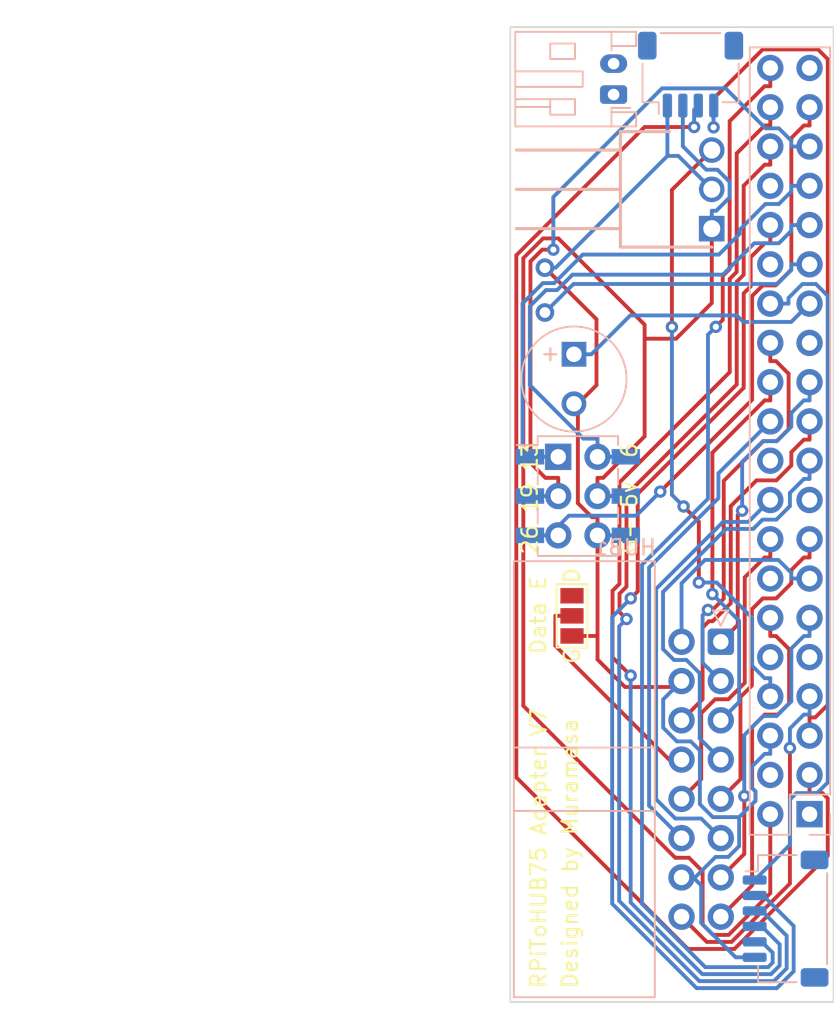
<source format=kicad_pcb>
(kicad_pcb (version 20221018) (generator pcbnew)
  (layers (0 "F.Cu" signal) (31 "B.Cu" signal) (34 "B.Paste" user) (35 "F.Paste" user) (36 "B.SilkS" user "B.Silkscreen") (37 "F.SilkS" user "F.Silkscreen") (38 "B.Mask" user) (39 "F.Mask" user) (44 "Edge.Cuts" user))
  (net 0 "")
  (net 1 "BUZZ")
  (net 2 "Net-(BZ1-+)")
  (net 3 "GPIO 2")
  (net 4 "GPIO 26")
  (net 5 "GPIO 3")
  (net 6 "GPIO 6")
  (net 7 "GPIO 13")
  (net 8 "GPIO 19")
  (net 9 "R1")
  (net 10 "G1")
  (net 11 "B1")
  (net 12 "R2")
  (net 13 "G2")
  (net 14 "B2")
  (net 15 "Net-(HUB1-Pin_8)")
  (net 16 "A")
  (net 17 "B")
  (net 18 "C")
  (net 19 "D")
  (net 20 "Clock")
  (net 21 "OE-")
  (net 22 "Strobe")
  (net 23 "IO1")
  (net 24 "IO2")
  (net 25 "IO3")
  (net 26 "IO4")
  (net 27 "IO5")
  (net 28 "GPIO15")
  (net 29 "FAN")
  (net 30 "TILT")
  (net 33 "GPIO 15")
  (net 41 "5v")
  (footprint "Jumper:SolderJumper-3_P1.3mm_Open_Pad1.0x1.5mm_NumberLabels" (layer "F.Cu") (at 148.844 92.837 -90)
    (fp_text reference "JP1" hide)
    (fp_text value "Data E" (at -0.0508 2.1844 90) (layer "F.SilkS"))
    (fp_text user "D" (at -2.6 0 90) (layer "F.SilkS"))
    (fp_text user "G" (at 2.6 0 90) (layer "F.SilkS"))
    (pad "1" smd rect (at -1.3 0 270) (size 1 1.5) (layers "F.Cu" "F.Mask") (net 28 "GPIO15"))
    (pad "2" smd rect (at 0 0 270) (size 1 1.5) (layers "F.Cu" "F.Mask") (net 15 "Net-(HUB1-Pin_8)"))
    (pad "3" smd rect (at 1.3 0 270) (size 1 1.5) (layers "F.Cu" "F.Mask") (net 2 "Net-(BZ1-+)"))
  )
  (footprint "Tilt Sensor:CW13001" (layer "B.Cu") (at 147.0914 73.2201 90)
    (fp_text reference "S1" hide)
    (fp_text value "CW1300" hide)
    (pad "1" thru_hole circle (at 0 0 90) (size 1.2 1.2) (drill 0.7) (layers "*.Cu" "*.Mask") (net 30 "TILT"))
    (pad "2" thru_hole circle (at 2.9 0 90) (size 1.2 1.2) (drill 0.7) (layers "*.Cu" "*.Mask") (net 2 "Net-(BZ1-+)"))
  )
  (footprint "Custom:HUB75" (layer "B.Cu") (at 158.4706 94.5134 180)
    (fp_text reference "HUB1" (at 6.215 6.1) (layer "B.SilkS") (effects (justify mirror)))
    (fp_text value "Conn_02x08")
    (pad "1" thru_hole roundrect (at 0 0 180) (size 1.7 1.7) (drill 1) (layers "*.Cu" "*.Mask") (roundrect_rratio 0.147059) (net 9 "R1"))
    (pad "2" thru_hole circle (at 2.54 0 180) (size 1.7 1.7) (drill 1) (layers "*.Cu" "*.Mask") (net 10 "G1"))
    (pad "3" thru_hole circle (at 0 -2.54 180) (size 1.7 1.7) (drill 1) (layers "*.Cu" "*.Mask") (net 11 "B1"))
    (pad "4" thru_hole circle (at 2.54 -2.54 180) (size 1.7 1.7) (drill 1) (layers "*.Cu" "*.Mask") (net 2 "Net-(BZ1-+)"))
    (pad "5" thru_hole circle (at 0 -5.08 180) (size 1.7 1.7) (drill 1) (layers "*.Cu" "*.Mask") (net 12 "R2"))
    (pad "6" thru_hole circle (at 2.54 -5.08 180) (size 1.7 1.7) (drill 1) (layers "*.Cu" "*.Mask") (net 13 "G2"))
    (pad "7" thru_hole circle (at 0 -7.62 180) (size 1.7 1.7) (drill 1) (layers "*.Cu" "*.Mask") (net 14 "B2"))
    (pad "8" thru_hole circle (at 2.54 -7.62 180) (size 1.7 1.7) (drill 1) (layers "*.Cu" "*.Mask") (net 15 "Net-(HUB1-Pin_8)"))
    (pad "9" thru_hole circle (at 0 -10.16 180) (size 1.7 1.7) (drill 1) (layers "*.Cu" "*.Mask") (net 16 "A"))
    (pad "10" thru_hole circle (at 2.54 -10.16 180) (size 1.7 1.7) (drill 1) (layers "*.Cu" "*.Mask") (net 17 "B"))
    (pad "11" thru_hole circle (at 0 -12.7 180) (size 1.7 1.7) (drill 1) (layers "*.Cu" "*.Mask") (net 18 "C"))
    (pad "12" thru_hole circle (at 2.54 -12.7 180) (size 1.7 1.7) (drill 1) (layers "*.Cu" "*.Mask") (net 19 "D"))
    (pad "13" thru_hole circle (at 0 -15.24 180) (size 1.7 1.7) (drill 1) (layers "*.Cu" "*.Mask") (net 20 "Clock"))
    (pad "14" thru_hole circle (at 2.54 -15.24 180) (size 1.7 1.7) (drill 1) (layers "*.Cu" "*.Mask") (net 2 "Net-(BZ1-+)"))
    (pad "15" thru_hole circle (at 0 -17.78 180) (size 1.7 1.7) (drill 1) (layers "*.Cu" "*.Mask") (net 21 "OE-"))
    (pad "16" thru_hole circle (at 2.54 -17.78 180) (size 1.7 1.7) (drill 1) (layers "*.Cu" "*.Mask") (net 22 "Strobe"))
  )
  (footprint "Buzzer_Beeper:MagneticBuzzer_Kingstate_KCG0601" (layer "B.Cu") (at 148.971 75.921 -90)
    (fp_text reference "BZ1" hide)
    (fp_text value "Buzzer")
    (fp_text user "+" (at 0 1.6 -270) (layer "B.SilkS") (effects (justify mirror)))
    (pad "1" thru_hole rect (at 0 0 270) (size 1.6 1.6) (drill 1) (layers "*.Cu" "*.Mask") (net 1 "BUZZ"))
    (pad "2" thru_hole circle (at 3.2 0 270) (size 1.6 1.6) (drill 1) (layers "*.Cu" "*.Mask") (net 2 "Net-(BZ1-+)"))
  )
  (footprint "Custom:raspberrypi_2_3" (layer "B.Cu") (at 113.9 81.5 -90)
    (fp_text reference "J1" hide)
    (fp_text value "Conn_01x01" hide)
  )
  (footprint "Custom:GPIO Header" (layer "B.Cu") (at 149.225 85.09 180)
    (fp_text reference "GPIO1" hide)
    (fp_text value "02x03" hide)
    (pad "1" thru_hole rect (at 1.27 2.54 180) (size 1.7 1.7) (drill 1) (layers "*.Cu" "*.Mask") (net 7 "GPIO 13"))
    (pad "1" smd rect (at 3.0988 2.54 180) (size 1.8356 1) (layers "B.Cu" "B.Paste" "B.Mask") (net 7 "GPIO 13"))
    (pad "2" smd rect (at -3.0988 2.54 180) (size 1.8356 1) (layers "B.Cu" "B.Paste" "B.Mask") (net 6 "GPIO 6"))
    (pad "2" thru_hole oval (at -1.27 2.54 180) (size 1.7 1.7) (drill 1) (layers "*.Cu" "*.Mask") (net 6 "GPIO 6"))
    (pad "3" thru_hole oval (at 1.27 0 180) (size 1.7 1.7) (drill 1) (layers "*.Cu" "*.Mask") (net 8 "GPIO 19"))
    (pad "3" smd rect (at 3.0988 0 180) (size 1.8356 1) (layers "B.Cu" "B.Paste" "B.Mask") (net 8 "GPIO 19"))
    (pad "4" smd rect (at -3.0988 0 180) (size 1.8356 1) (layers "B.Cu" "B.Paste" "B.Mask") (net 41 "5v"))
    (pad "4" thru_hole oval (at -1.27 0 180) (size 1.7 1.7) (drill 1) (layers "*.Cu" "*.Mask") (net 41 "5v"))
    (pad "5" thru_hole oval (at 1.27 -2.54 180) (size 1.7 1.7) (drill 1) (layers "*.Cu" "*.Mask") (net 4 "GPIO 26"))
    (pad "5" smd rect (at 3.0988 -2.54 180) (size 1.8356 1) (layers "B.Cu" "B.Paste" "B.Mask") (net 4 "GPIO 26"))
    (pad "6" smd rect (at -3.1022 -2.54 180) (size 1.8356 1) (layers "B.Cu" "B.Paste" "B.Mask") (net 2 "Net-(BZ1-+)"))
    (pad "6" thru_hole oval (at -1.27 -2.54 180) (size 1.7 1.7) (drill 1) (layers "*.Cu" "*.Mask") (net 2 "Net-(BZ1-+)"))
  )
  (footprint "Custom:JST_PH_S2B-PH-K_1x02_P2.00mm_Horizontal" (layer "B.Cu") (at 151.5364 59.1246 90)
    (fp_text reference "J2" hide)
    (fp_text value "1x02" hide)
    (pad "1" thru_hole roundrect (at 0 0 90) (size 1.2 1.75) (drill 0.75) (layers "*.Cu" "*.Mask") (roundrect_rratio 0.208333) (net 41 "5v"))
    (pad "2" thru_hole oval (at 2 0 90) (size 1.2 1.75) (drill 0.75) (layers "*.Cu" "*.Mask") (net 2 "Net-(BZ1-+)"))
  )
  (footprint "Custom:RPi GPIO" (layer "B.Cu") (at 164.211 105.664)
    (fp_text reference "RPiGPIO1" hide)
    (fp_text value "CONN_02X20" hide)
    (pad "1" thru_hole rect (at 0 0) (size 1.7 1.7) (drill 1) (layers "*.Cu" "*.Mask"))
    (pad "2" thru_hole oval (at -2.54 0) (size 1.7 1.7) (drill 1) (layers "*.Cu" "*.Mask") (net 41 "5v"))
    (pad "3" thru_hole oval (at 0 -2.54) (size 1.7 1.7) (drill 1) (layers "*.Cu" "*.Mask") (net 3 "GPIO 2"))
    (pad "4" thru_hole oval (at -2.54 -2.54) (size 1.7 1.7) (drill 1) (layers "*.Cu" "*.Mask"))
    (pad "5" thru_hole oval (at 0 -5.08) (size 1.7 1.7) (drill 1) (layers "*.Cu" "*.Mask") (net 5 "GPIO 3"))
    (pad "6" thru_hole oval (at -2.54 -5.08) (size 1.7 1.7) (drill 1) (layers "*.Cu" "*.Mask") (net 2 "Net-(BZ1-+)"))
    (pad "7" thru_hole oval (at 0 -7.62) (size 1.7 1.7) (drill 1) (layers "*.Cu" "*.Mask") (net 22 "Strobe"))
    (pad "8" thru_hole oval (at -2.54 -7.62) (size 1.7 1.7) (drill 1) (layers "*.Cu" "*.Mask") (net 29 "FAN"))
    (pad "9" thru_hole oval (at 0 -10.16) (size 1.7 1.7) (drill 1) (layers "*.Cu" "*.Mask"))
    (pad "10" thru_hole oval (at -2.54 -10.16) (size 1.7 1.7) (drill 1) (layers "*.Cu" "*.Mask") (net 33 "GPIO 15"))
    (pad "11" thru_hole oval (at 0 -12.7) (size 1.7 1.7) (drill 1) (layers "*.Cu" "*.Mask") (net 20 "Clock"))
    (pad "12" thru_hole oval (at -2.54 -12.7) (size 1.7 1.7) (drill 1) (layers "*.Cu" "*.Mask") (net 21 "OE-"))
    (pad "13" thru_hole oval (at 0 -15.24) (size 1.7 1.7) (drill 1) (layers "*.Cu" "*.Mask") (net 10 "G1"))
    (pad "14" thru_hole oval (at -2.54 -15.24) (size 1.7 1.7) (drill 1) (layers "*.Cu" "*.Mask"))
    (pad "15" thru_hole oval (at 0 -17.78) (size 1.7 1.7) (drill 1) (layers "*.Cu" "*.Mask") (net 16 "A"))
    (pad "16" thru_hole oval (at -2.54 -17.78) (size 1.7 1.7) (drill 1) (layers "*.Cu" "*.Mask") (net 17 "B"))
    (pad "17" thru_hole oval (at 0 -20.32) (size 1.7 1.7) (drill 1) (layers "*.Cu" "*.Mask"))
    (pad "18" thru_hole oval (at -2.54 -20.32) (size 1.7 1.7) (drill 1) (layers "*.Cu" "*.Mask") (net 18 "C"))
    (pad "19" thru_hole oval (at 0 -22.86) (size 1.7 1.7) (drill 1) (layers "*.Cu" "*.Mask") (net 14 "B2"))
    (pad "20" thru_hole oval (at -2.54 -22.86) (size 1.7 1.7) (drill 1) (layers "*.Cu" "*.Mask"))
    (pad "21" thru_hole oval (at 0 -25.4) (size 1.7 1.7) (drill 1) (layers "*.Cu" "*.Mask") (net 13 "G2"))
    (pad "22" thru_hole oval (at -2.54 -25.4) (size 1.7 1.7) (drill 1) (layers "*.Cu" "*.Mask") (net 19 "D"))
    (pad "23" thru_hole oval (at 0 -27.94) (size 1.7 1.7) (drill 1) (layers "*.Cu" "*.Mask") (net 9 "R1"))
    (pad "24" thru_hole oval (at -2.54 -27.94) (size 1.7 1.7) (drill 1) (layers "*.Cu" "*.Mask") (net 12 "R2"))
    (pad "25" thru_hole oval (at 0 -30.48) (size 1.7 1.7) (drill 1) (layers "*.Cu" "*.Mask"))
    (pad "26" thru_hole oval (at -2.54 -30.48) (size 1.7 1.7) (drill 1) (layers "*.Cu" "*.Mask") (net 11 "B1"))
    (pad "27" thru_hole oval (at 0 -33.02) (size 1.7 1.7) (drill 1) (layers "*.Cu" "*.Mask") (net 1 "BUZZ"))
    (pad "28" thru_hole oval (at -2.54 -33.02) (size 1.7 1.7) (drill 1) (layers "*.Cu" "*.Mask") (net 23 "IO1"))
    (pad "29" thru_hole oval (at 0 -35.56) (size 1.7 1.7) (drill 1) (layers "*.Cu" "*.Mask") (net 30 "TILT"))
    (pad "30" thru_hole oval (at -2.54 -35.56) (size 1.7 1.7) (drill 1) (layers "*.Cu" "*.Mask"))
    (pad "31" thru_hole oval (at 0 -38.1) (size 1.7 1.7) (drill 1) (layers "*.Cu" "*.Mask") (net 6 "GPIO 6"))
    (pad "32" thru_hole oval (at -2.54 -38.1) (size 1.7 1.7) (drill 1) (layers "*.Cu" "*.Mask") (net 24 "IO2"))
    (pad "33" thru_hole oval (at 0 -40.64) (size 1.7 1.7) (drill 1) (layers "*.Cu" "*.Mask") (net 7 "GPIO 13"))
    (pad "34" thru_hole oval (at -2.54 -40.64) (size 1.7 1.7) (drill 1) (layers "*.Cu" "*.Mask"))
    (pad "35" thru_hole oval (at 0 -43.18) (size 1.7 1.7) (drill 1) (layers "*.Cu" "*.Mask") (net 8 "GPIO 19"))
    (pad "36" thru_hole oval (at -2.54 -43.18) (size 1.7 1.7) (drill 1) (layers "*.Cu" "*.Mask") (net 25 "IO3"))
    (pad "37" thru_hole oval (at 0 -45.72) (size 1.7 1.7) (drill 1) (layers "*.Cu" "*.Mask") (net 4 "GPIO 26"))
    (pad "38" thru_hole oval (at -2.54 -45.72) (size 1.7 1.7) (drill 1) (layers "*.Cu" "*.Mask") (net 26 "IO4"))
    (pad "39" thru_hole oval (at 0 -48.26) (size 1.7 1.7) (drill 1) (layers "*.Cu" "*.Mask"))
    (pad "40" thru_hole oval (at -2.54 -48.26) (size 1.7 1.7) (drill 1) (layers "*.Cu" "*.Mask") (net 27 "IO5"))
  )
  (footprint "3 Pin Fan Header Angled:HDRRA3W64P0X254_1X3_747X318X635P" (layer "B.Cu") (at 157.8864 67.7926 -90)
    (fp_text reference "M1" hide)
    (fp_text value "Noctua" hide)
    (pad "1" thru_hole rect (at 0 0 270) (size 1.65 1.65) (drill 1.1) (layers "*.Cu" "*.Mask") (net 41 "5v"))
    (pad "2" thru_hole circle (at -2.54 0 270) (size 1.65 1.65) (drill 1.1) (layers "*.Cu" "*.Mask") (net 2 "Net-(BZ1-+)"))
    (pad "3" thru_hole circle (at -5.08 0 270) (size 1.65 1.65) (drill 1.1) (layers "*.Cu" "*.Mask") (net 29 "FAN"))
  )
  (footprint "Custom:STEMMA QT 1x04" (layer "B.Cu") (at 156.5148 57.8358)
    (fp_text reference "SCD30" hide)
    (fp_text value "Conn_01x04_Socket")
    (pad "1" smd roundrect (at -1.5 2) (size 0.6 1.55) (layers "B.Cu" "B.Paste" "B.Mask") (net 2 "Net-(BZ1-+)"))
    (pad "2" smd roundrect (at -0.5 2) (size 0.6 1.55) (layers "B.Cu" "B.Paste" "B.Mask") (net 41 "5v"))
    (pad "3" smd roundrect (at 0.5 2) (size 0.6 1.55) (layers "B.Cu" "B.Paste" "B.Mask") (net 3 "GPIO 2"))
    (pad "4" smd roundrect (at 1.5 2) (size 0.6 1.55) (layers "B.Cu" "B.Paste" "B.Mask") (net 5 "GPIO 3"))
    (pad "MP" smd roundrect (at -2.8 -1.875) (size 1.2 1.8) (layers "B.Cu" "B.Paste" "B.Mask") (roundrect_rratio 0.208333))
    (pad "MP" smd roundrect (at 2.8 -1.875) (size 1.2 1.8) (layers "B.Cu" "B.Paste" "B.Mask") (roundrect_rratio 0.208333))
  )
  (footprint "Custom:JST_SH_SM06B-SRSS-TB_1x06-1MP_P1.00mm_Horizontal" (layer "B.Cu") (at 162.6616 112.4204 -90)
    (fp_text reference "IO1" hide)
    (fp_text value "02x03" hide)
    (pad "1" smd roundrect (at -2.5 2 270) (size 0.6 1.55) (layers "B.Cu" "B.Paste" "B.Mask") (net 23 "IO1"))
    (pad "2" smd roundrect (at -1.5 2 270) (size 0.6 1.55) (layers "B.Cu" "B.Paste" "B.Mask") (net 24 "IO2"))
    (pad "3" smd roundrect (at -0.5 2 270) (size 0.6 1.55) (layers "B.Cu" "B.Paste" "B.Mask") (net 25 "IO3"))
    (pad "4" smd roundrect (at 0.5 2 270) (size 0.6 1.55) (layers "B.Cu" "B.Paste" "B.Mask") (net 26 "IO4"))
    (pad "5" smd roundrect (at 1.5 2 270) (size 0.6 1.55) (layers "B.Cu" "B.Paste" "B.Mask") (net 27 "IO5"))
    (pad "6" smd roundrect (at 2.5 2 270) (size 0.6 1.55) (layers "B.Cu" "B.Paste" "B.Mask") (net 2 "Net-(BZ1-+)"))
    (pad "MP" smd roundrect (at -3.8 -1.875 270) (size 1.2 1.8) (layers "B.Cu" "B.Paste" "B.Mask") (roundrect_rratio 0.208333))
    (pad "MP" smd roundrect (at 3.8 -1.875 270) (size 1.2 1.8) (layers "B.Cu" "B.Paste" "B.Mask") (roundrect_rratio 0.208333))
  )
  (gr_rect (start 144.8562 54.7624) (end 165.7604 117.8052) (stroke (width 0.1)) (fill none) (layer "Edge.Cuts"))
  (gr_text "26 19 13\n\n\n\nG- 5v  6" (at 153.1366 88.9508 90) (layer "F.SilkS") (effects (font (size 1 1)) (justify left bottom)))
  (gr_text "RPiToHUB75 Adapter V7\n" (at 147.2692 117.0178 90) (layer "F.SilkS") (effects (font (size 1 1)) (justify left bottom)))
  (gr_text "Designed by Muramasa" (at 149.3012 117.0178 90) (layer "F.SilkS") (effects (font (size 1 1)) (justify left bottom)))
  (segment (start 148.971 75.921) (end 150.0979 75.921) (width 0.25) (layer "B.Cu") (net 1))
  (segment (start 152.6111 73.4078) (end 159.5075 73.4078) (width 0.25) (layer "B.Cu") (net 1))
  (segment (start 150.0979 75.921) (end 152.6111 73.4078) (width 0.25) (layer "B.Cu") (net 1))
  (segment (start 163.0252 73.8298) (end 164.211 72.644) (width 0.25) (layer "B.Cu") (net 1))
  (segment (start 159.9295 73.8298) (end 163.0252 73.8298) (width 0.25) (layer "B.Cu") (net 1))
  (segment (start 159.5075 73.4078) (end 159.9295 73.8298) (width 0.25) (layer "B.Cu") (net 1))
  (segment (start 152.2727 97.4384) (end 150.495 95.6607) (width 0.25) (layer "F.Cu") (net 2))
  (segment (start 147.0914 70.3201) (end 150.4277 73.6564) (width 0.25) (layer "F.Cu") (net 2))
  (segment (start 149.225 85.5489) (end 150.1292 86.4531) (width 0.25) (layer "F.Cu") (net 2))
  (segment (start 150.495 95.6607) (end 150.495 94.137) (width 0.25) (layer "F.Cu") (net 2))
  (segment (start 150.1292 86.4531) (end 150.495 86.4531) (width 0.25) (layer "F.Cu") (net 2))
  (segment (start 155.5456 97.4384) (end 152.2727 97.4384) (width 0.25) (layer "F.Cu") (net 2))
  (segment (start 148.844 94.137) (end 149.9209 94.137) (width 0.25) (layer "F.Cu") (net 2))
  (segment (start 150.495 87.63) (end 150.495 86.4531) (width 0.25) (layer "F.Cu") (net 2))
  (segment (start 150.495 94.137) (end 150.495 87.63) (width 0.25) (layer "F.Cu") (net 2))
  (segment (start 149.225 79.121) (end 149.225 85.5489) (width 0.25) (layer "F.Cu") (net 2))
  (segment (start 150.4277 73.6564) (end 150.4277 77.9183) (width 0.25) (layer "F.Cu") (net 2))
  (segment (start 149.225 79.121) (end 148.971 79.121) (width 0.25) (layer "F.Cu") (net 2))
  (segment (start 149.9209 94.137) (end 150.495 94.137) (width 0.25) (layer "F.Cu") (net 2))
  (segment (start 155.9306 97.0534) (end 155.5456 97.4384) (width 0.25) (layer "F.Cu") (net 2))
  (segment (start 150.4277 77.9183) (end 149.225 79.121) (width 0.25) (layer "F.Cu") (net 2))
  (segment (start 150.495 87.63) (end 152.3272 87.63) (width 0.25) (layer "B.Cu") (net 2))
  (segment (start 161.3052 101.7609) (end 161.671 101.7609) (width 0.25) (layer "B.Cu") (net 2))
  (segment (start 155.0148 63.0937) (end 155.0148 59.8358) (width 0.25) (layer "B.Cu") (net 2))
  (segment (start 158.1326 108.4267) (end 156.7469 109.8124) (width 0.25) (layer "B.Cu") (net 2))
  (segment (start 157.9498 105.8535) (end 159.6566 105.8535) (width 0.25) (layer "B.Cu") (net 2))
  (segment (start 160.4424 103.9179) (end 160.4424 102.6237) (width 0.25) (layer "B.Cu") (net 2))
  (segment (start 160.7167 104.7944) (end 160.7167 104.1922) (width 0.25) (layer "B.Cu") (net 2))
  (segment (start 159.4324 114.9204) (end 157.2006 112.6886) (width 0.25) (layer "B.Cu") (net 2))
  (segment (start 147.7884 70.3201) (end 155.0148 63.0937) (width 0.25) (layer "B.Cu") (net 2))
  (segment (start 157.1166 101.5447) (end 157.1166 105.0203) (width 0.25) (layer "B.Cu") (net 2))
  (segment (start 155.0148 63.0937) (end 155.7275 63.0937) (width 0.25) (layer "B.Cu") (net 2))
  (segment (start 157.2006 112.6886) (end 157.2006 110.2661) (width 0.25) (layer "B.Cu") (net 2))
  (segment (start 157.2006 110.2661) (end 156.7469 109.8124) (width 0.25) (layer "B.Cu") (net 2))
  (segment (start 155.7275 63.0937) (end 157.8864 65.2526) (width 0.25) (layer "B.Cu") (net 2))
  (segment (start 156.7469 109.8124) (end 156.6879 109.7534) (width 0.25) (layer "B.Cu") (net 2))
  (segment (start 159.6566 105.8535) (end 159.6576 105.8535) (width 0.25) (layer "B.Cu") (net 2))
  (segment (start 160.7167 104.1922) (end 160.4424 103.9179) (width 0.25) (layer "B.Cu") (net 2))
  (segment (start 159.6566 105.8535) (end 159.6566 107.7287) (width 0.25) (layer "B.Cu") (net 2))
  (segment (start 159.6576 105.8535) (end 160.7167 104.7944) (width 0.25) (layer "B.Cu") (net 2))
  (segment (start 154.7412 100.0683) (end 155.6294 100.9565) (width 0.25) (layer "B.Cu") (net 2))
  (segment (start 154.7412 98.2428) (end 154.7412 100.0683) (width 0.25) (layer "B.Cu") (net 2))
  (segment (start 157.1166 105.0203) (end 157.9498 105.8535) (width 0.25) (layer "B.Cu") (net 2))
  (segment (start 160.6616 114.9204) (end 159.4324 114.9204) (width 0.25) (layer "B.Cu") (net 2))
  (segment (start 161.671 100.584) (end 161.671 101.7609) (width 0.25) (layer "B.Cu") (net 2))
  (segment (start 155.9306 97.0534) (end 154.7412 98.2428) (width 0.25) (layer "B.Cu") (net 2))
  (segment (start 155.6294 100.9565) (end 156.5284 100.9565) (width 0.25) (layer "B.Cu") (net 2))
  (segment (start 156.5284 100.9565) (end 157.1166 101.5447) (width 0.25) (layer "B.Cu") (net 2))
  (segment (start 159.6566 107.7287) (end 158.9586 108.4267) (width 0.25) (layer "B.Cu") (net 2))
  (segment (start 147.0914 70.3201) (end 147.7884 70.3201) (width 0.25) (layer "B.Cu") (net 2))
  (segment (start 160.4424 102.6237) (end 161.3052 101.7609) (width 0.25) (layer "B.Cu") (net 2))
  (segment (start 156.6879 109.7534) (end 155.9306 109.7534) (width 0.25) (layer "B.Cu") (net 2))
  (segment (start 158.9586 108.4267) (end 158.1326 108.4267) (width 0.25) (layer "B.Cu") (net 2))
  (segment (start 159.3521 114.381) (end 165.3879 108.3452) (width 0.25) (layer "F.Cu") (net 3))
  (segment (start 165.3879 104.6455) (end 165.0433 104.3009) (width 0.25) (layer "F.Cu") (net 3))
  (segment (start 165.0433 104.3009) (end 164.211 104.3009) (width 0.25) (layer "F.Cu") (net 3))
  (segment (start 156.7424 61.2241) (end 153.5355 61.2241) (width 0.25) (layer "F.Cu") (net 3))
  (segment (start 153.5355 61.2241) (end 145.243 69.5166) (width 0.25) (layer "F.Cu") (net 3))
  (segment (start 145.243 69.5166) (end 145.243 103.2819) (width 0.25) (layer "F.Cu") (net 3))
  (segment (start 156.3421 114.381) (end 159.3521 114.381) (width 0.25) (layer "F.Cu") (net 3))
  (segment (start 165.3879 108.3452) (end 165.3879 104.6455) (width 0.25) (layer "F.Cu") (net 3))
  (segment (start 145.243 103.2819) (end 156.3421 114.381) (width 0.25) (layer "F.Cu") (net 3))
  (segment (start 164.211 103.124) (end 164.211 104.3009) (width 0.25) (layer "F.Cu") (net 3))
  (via (at 156.7424 61.2241) (size 0.8) (drill 0.4) (layers "F.Cu" "B.Cu") (net 3))
  (segment (start 157.0148 59.8358) (end 156.7424 60.1082) (width 0.25) (layer "B.Cu") (net 3))
  (segment (start 156.7424 60.1082) (end 156.7424 61.2241) (width 0.25) (layer "B.Cu") (net 3))
  (segment (start 160.4941 72.1507) (end 160.4941 78.8626) (width 0.25) (layer "F.Cu") (net 4))
  (segment (start 164.211 61.1209) (end 163.8431 61.1209) (width 0.25) (layer "F.Cu") (net 4))
  (segment (start 163.0341 70.4418) (end 162.0088 71.4671) (width 0.25) (layer "F.Cu") (net 4))
  (segment (start 162.0088 71.4671) (end 161.1777 71.4671) (width 0.25) (layer "F.Cu") (net 4))
  (segment (start 163.8431 61.1209) (end 163.0341 61.9299) (width 0.25) (layer "F.Cu") (net 4))
  (segment (start 164.211 59.944) (end 164.211 61.1209) (width 0.25) (layer "F.Cu") (net 4))
  (segment (start 163.0341 61.9299) (end 163.0341 70.4418) (width 0.25) (layer "F.Cu") (net 4))
  (segment (start 161.1777 71.4671) (end 160.4941 72.1507) (width 0.25) (layer "F.Cu") (net 4))
  (segment (start 160.4941 78.8626) (end 154.5543 84.8024) (width 0.25) (layer "F.Cu") (net 4))
  (via (at 154.5543 84.8024) (size 0.8) (drill 0.4) (layers "F.Cu" "B.Cu") (net 4))
  (segment (start 152.9967 86.36) (end 154.5543 84.8024) (width 0.25) (layer "B.Cu") (net 4))
  (segment (start 147.955 87.0415) (end 148.6365 86.36) (width 0.25) (layer "B.Cu") (net 4))
  (segment (start 147.3709 87.6256) (end 147.955 87.0415) (width 0.25) (layer "B.Cu") (net 4))
  (segment (start 147.3709 87.63) (end 147.3709 87.6256) (width 0.25) (layer "B.Cu") (net 4))
  (segment (start 147.955 87.63) (end 147.955 87.0415) (width 0.25) (layer "B.Cu") (net 4))
  (segment (start 146.1262 87.63) (end 147.3709 87.63) (width 0.25) (layer "B.Cu") (net 4))
  (segment (start 148.6365 86.36) (end 152.9967 86.36) (width 0.25) (layer "B.Cu") (net 4))
  (segment (start 165.3879 56.8332) (end 165.3879 98.596) (width 0.25) (layer "F.Cu") (net 5))
  (segment (start 158.0037 59.3793) (end 161.1777 56.2053) (width 0.25) (layer "F.Cu") (net 5))
  (segment (start 164.5768 99.4071) (end 164.211 99.4071) (width 0.25) (layer "F.Cu") (net 5))
  (segment (start 164.76 56.2053) (end 165.3879 56.8332) (width 0.25) (layer "F.Cu") (net 5))
  (segment (start 165.3879 98.596) (end 164.5768 99.4071) (width 0.25) (layer "F.Cu") (net 5))
  (segment (start 158.0037 61.2403) (end 158.0037 59.3793) (width 0.25) (layer "F.Cu") (net 5))
  (segment (start 164.211 100.584) (end 164.211 99.4071) (width 0.25) (layer "F.Cu") (net 5))
  (segment (start 161.1777 56.2053) (end 164.76 56.2053) (width 0.25) (layer "F.Cu") (net 5))
  (via (at 158.0037 61.2403) (size 0.8) (drill 0.4) (layers "F.Cu" "B.Cu") (net 5))
  (segment (start 158.0148 59.8358) (end 158.0037 59.8469) (width 0.25) (layer "B.Cu") (net 5))
  (segment (start 158.0037 59.8469) (end 158.0037 61.2403) (width 0.25) (layer "B.Cu") (net 5))
  (segment (start 146.1201 72.8108) (end 147.1627 71.7682) (width 0.25) (layer "B.Cu") (net 6))
  (segment (start 150.495 81.3731) (end 149.5786 81.3731) (width 0.25) (layer "B.Cu") (net 6))
  (segment (start 148.8795 70.7705) (end 158.6033 70.7705) (width 0.25) (layer "B.Cu") (net 6))
  (segment (start 164.211 67.564) (end 163.0341 67.564) (width 0.25) (layer "B.Cu") (net 6))
  (segment (start 152.3238 82.55) (end 151.0791 82.55) (width 0.25) (layer "B.Cu") (net 6))
  (segment (start 150.495 81.9615) (end 150.495 81.3731) (width 0.25) (layer "B.Cu") (net 6))
  (segment (start 160.6329 68.7409) (end 162.2251 68.7409) (width 0.25) (layer "B.Cu") (net 6))
  (segment (start 150.495 82.55) (end 150.495 81.9615) (width 0.25) (layer "B.Cu") (net 6))
  (segment (start 150.495 81.9615) (end 151.0791 82.5456) (width 0.25) (layer "B.Cu") (net 6))
  (segment (start 147.8818 71.7682) (end 148.8795 70.7705) (width 0.25) (layer "B.Cu") (net 6))
  (segment (start 163.0341 67.9319) (end 163.0341 67.564) (width 0.25) (layer "B.Cu") (net 6))
  (segment (start 151.0791 82.5456) (end 151.0791 82.55) (width 0.25) (layer "B.Cu") (net 6))
  (segment (start 146.1201 77.9146) (end 146.1201 72.8108) (width 0.25) (layer "B.Cu") (net 6))
  (segment (start 158.6033 70.7705) (end 160.6329 68.7409) (width 0.25) (layer "B.Cu") (net 6))
  (segment (start 149.5786 81.3731) (end 146.1201 77.9146) (width 0.25) (layer "B.Cu") (net 6))
  (segment (start 147.1627 71.7682) (end 147.8818 71.7682) (width 0.25) (layer "B.Cu") (net 6))
  (segment (start 162.2251 68.7409) (end 163.0341 67.9319) (width 0.25) (layer "B.Cu") (net 6))
  (segment (start 145.6453 72.6327) (end 145.6453 82.0691) (width 0.25) (layer "B.Cu") (net 7))
  (segment (start 158.3498 69.4722) (end 149.5387 69.4722) (width 0.25) (layer "B.Cu") (net 7))
  (segment (start 164.211 65.024) (end 163.0341 65.024) (width 0.25) (layer "B.Cu") (net 7))
  (segment (start 159.6754 67.8812) (end 159.6754 68.1466) (width 0.25) (layer "B.Cu") (net 7))
  (segment (start 146.1262 82.55) (end 146.4374 82.55) (width 0.25) (layer "B.Cu") (net 7))
  (segment (start 161.3557 66.2009) (end 159.6754 67.8812) (width 0.25) (layer "B.Cu") (net 7))
  (segment (start 163.0341 65.024) (end 163.0341 65.3919) (width 0.25) (layer "B.Cu") (net 7))
  (segment (start 162.2251 66.2009) (end 161.3557 66.2009) (width 0.25) (layer "B.Cu") (net 7))
  (segment (start 146.9618 71.3162) (end 145.6453 72.6327) (width 0.25) (layer "B.Cu") (net 7))
  (segment (start 145.6453 82.0691) (end 146.1262 82.55) (width 0.25) (layer "B.Cu") (net 7))
  (segment (start 149.5387 69.4722) (end 147.6947 71.3162) (width 0.25) (layer "B.Cu") (net 7))
  (segment (start 159.6754 68.1466) (end 158.3498 69.4722) (width 0.25) (layer "B.Cu") (net 7))
  (segment (start 147.6947 71.3162) (end 146.9618 71.3162) (width 0.25) (layer "B.Cu") (net 7))
  (segment (start 163.0341 65.3919) (end 162.2251 66.2009) (width 0.25) (layer "B.Cu") (net 7))
  (segment (start 147.955 82.55) (end 146.7781 82.55) (width 0.25) (layer "B.Cu") (net 7))
  (segment (start 146.4374 82.55) (end 146.7781 82.55) (width 0.25) (layer "B.Cu") (net 7))
  (segment (start 147.1227 83.9131) (end 147.955 83.9131) (width 0.25) (layer "F.Cu") (net 8))
  (segment (start 147.955 85.09) (end 147.955 83.9131) (width 0.25) (layer "F.Cu") (net 8))
  (segment (start 147.6368 69.1537) (end 146.9166 69.1537) (width 0.25) (layer "F.Cu") (net 8))
  (segment (start 146.1564 82.9468) (end 147.1227 83.9131) (width 0.25) (layer "F.Cu") (net 8))
  (segment (start 146.1564 69.9139) (end 146.1564 82.9468) (width 0.25) (layer "F.Cu") (net 8))
  (segment (start 146.9166 69.1537) (end 146.1564 69.9139) (width 0.25) (layer "F.Cu") (net 8))
  (via (at 147.6368 69.1537) (size 0.8) (drill 0.4) (layers "F.Cu" "B.Cu") (net 8))
  (segment (start 147.6368 65.7514) (end 147.6368 69.1537) (width 0.25) (layer "B.Cu") (net 8))
  (segment (start 162.2251 61.3071) (end 161.3676 61.3071) (width 0.25) (layer "B.Cu") (net 8))
  (segment (start 161.3676 61.3071) (end 158.7837 58.7232) (width 0.25) (layer "B.Cu") (net 8))
  (segment (start 154.665 58.7232) (end 147.6368 65.7514) (width 0.25) (layer "B.Cu") (net 8))
  (segment (start 163.0341 62.1161) (end 162.2251 61.3071) (width 0.25) (layer "B.Cu") (net 8))
  (segment (start 158.7837 58.7232) (end 154.665 58.7232) (width 0.25) (layer "B.Cu") (net 8))
  (segment (start 163.0341 62.484) (end 163.0341 62.1161) (width 0.25) (layer "B.Cu") (net 8))
  (segment (start 147.955 85.09) (end 146.1262 85.09) (width 0.25) (layer "B.Cu") (net 8))
  (segment (start 164.211 62.484) (end 163.0341 62.484) (width 0.25) (layer "B.Cu") (net 8))
  (segment (start 159.5647 86.3214) (end 159.8514 86.0347) (width 0.25) (layer "F.Cu") (net 9))
  (segment (start 159.5647 93.4193) (end 159.5647 86.3214) (width 0.25) (layer "F.Cu") (net 9))
  (segment (start 158.4706 94.5134) (end 159.5647 93.4193) (width 0.25) (layer "F.Cu") (net 9))
  (via (at 159.8514 86.0347) (size 0.8) (drill 0.4) (layers "F.Cu" "B.Cu") (net 9))
  (segment (start 159.8514 82.881) (end 161.1984 81.534) (width 0.25) (layer "B.Cu") (net 9))
  (segment (start 159.8514 86.0347) (end 159.8514 82.881) (width 0.25) (layer "B.Cu") (net 9))
  (segment (start 162.1019 81.534) (end 163.0341 80.6018) (width 0.25) (layer "B.Cu") (net 9))
  (segment (start 163.0341 79.7099) (end 163.8431 78.9009) (width 0.25) (layer "B.Cu") (net 9))
  (segment (start 164.211 77.724) (end 164.211 78.9009) (width 0.25) (layer "B.Cu") (net 9))
  (segment (start 161.1984 81.534) (end 162.1019 81.534) (width 0.25) (layer "B.Cu") (net 9))
  (segment (start 163.0341 80.6018) (end 163.0341 79.7099) (width 0.25) (layer "B.Cu") (net 9))
  (segment (start 163.8431 78.9009) (end 164.211 78.9009) (width 0.25) (layer "B.Cu") (net 9))
  (segment (start 162.1984 89.2205) (end 163.0341 90.0562) (width 0.25) (layer "B.Cu") (net 10))
  (segment (start 157.4438 89.2205) (end 162.1984 89.2205) (width 0.25) (layer "B.Cu") (net 10))
  (segment (start 163.0341 90.0562) (end 163.0341 90.424) (width 0.25) (layer "B.Cu") (net 10))
  (segment (start 155.9306 90.7337) (end 157.4438 89.2205) (width 0.25) (layer "B.Cu") (net 10))
  (segment (start 164.211 90.424) (end 163.0341 90.424) (width 0.25) (layer "B.Cu") (net 10))
  (segment (start 155.9306 94.5134) (end 155.9306 90.7337) (width 0.25) (layer "B.Cu") (net 10))
  (segment (start 162.8567 77.1788) (end 162.0388 76.3609) (width 0.25) (layer "F.Cu") (net 11))
  (segment (start 158.6594 84.1075) (end 161.2329 81.534) (width 0.25) (layer "F.Cu") (net 11))
  (segment (start 158.6594 91.7251) (end 158.6594 84.1075) (width 0.25) (layer "F.Cu") (net 11))
  (segment (start 162.8567 80.7627) (end 162.8567 77.1788) (width 0.25) (layer "F.Cu") (net 11))
  (segment (start 157.6385 92.4558) (end 157.9287 92.4558) (width 0.25) (layer "F.Cu") (net 11))
  (segment (start 161.671 75.184) (end 161.671 76.3609) (width 0.25) (layer "F.Cu") (net 11))
  (segment (start 157.9287 92.4558) (end 158.6594 91.7251) (width 0.25) (layer "F.Cu") (net 11))
  (segment (start 162.0854 81.534) (end 162.8567 80.7627) (width 0.25) (layer "F.Cu") (net 11))
  (segment (start 162.0388 76.3609) (end 161.671 76.3609) (width 0.25) (layer "F.Cu") (net 11))
  (segment (start 161.2329 81.534) (end 162.0854 81.534) (width 0.25) (layer "F.Cu") (net 11))
  (via (at 157.6385 92.4558) (size 0.8) (drill 0.4) (layers "F.Cu" "B.Cu") (net 11))
  (segment (start 157.2927 92.8016) (end 157.6385 92.4558) (width 0.25) (layer "B.Cu") (net 11))
  (segment (start 158.4706 97.0534) (end 157.2927 95.8755) (width 0.25) (layer "B.Cu") (net 11))
  (segment (start 157.2927 95.8755) (end 157.2927 92.8016) (width 0.25) (layer "B.Cu") (net 11))
  (segment (start 161.671 77.724) (end 161.671 78.9009) (width 0.25) (layer "F.Cu") (net 12))
  (segment (start 161.3096 78.9009) (end 157.9268 82.2837) (width 0.25) (layer "F.Cu") (net 12))
  (segment (start 157.9268 82.2837) (end 157.9268 91.4297) (width 0.25) (layer "F.Cu") (net 12))
  (segment (start 161.671 78.9009) (end 161.3096 78.9009) (width 0.25) (layer "F.Cu") (net 12))
  (via (at 157.9268 91.4297) (size 0.8) (drill 0.4) (layers "F.Cu" "B.Cu") (net 12))
  (segment (start 159.6566 98.4074) (end 158.4706 99.5934) (width 0.25) (layer "B.Cu") (net 12))
  (segment (start 159.6566 93.1595) (end 159.6566 98.4074) (width 0.25) (layer "B.Cu") (net 12))
  (segment (start 157.9268 91.4297) (end 159.6566 93.1595) (width 0.25) (layer "B.Cu") (net 12))
  (segment (start 157.2927 98.2313) (end 157.2927 93.5929) (width 0.25) (layer "F.Cu") (net 13))
  (segment (start 163.0341 82.2499) (end 163.8431 81.4409) (width 0.25) (layer "F.Cu") (net 13))
  (segment (start 162.0657 84.074) (end 163.0341 83.1056) (width 0.25) (layer "F.Cu") (net 13))
  (segment (start 157.9479 93.1828) (end 159.1128 92.0179) (width 0.25) (layer "F.Cu") (net 13))
  (segment (start 163.0341 83.1056) (end 163.0341 82.2499) (width 0.25) (layer "F.Cu") (net 13))
  (segment (start 160.7815 84.074) (end 162.0657 84.074) (width 0.25) (layer "F.Cu") (net 13))
  (segment (start 159.1128 85.7427) (end 160.7815 84.074) (width 0.25) (layer "F.Cu") (net 13))
  (segment (start 157.7028 93.1828) (end 157.9479 93.1828) (width 0.25) (layer "F.Cu") (net 13))
  (segment (start 163.8431 81.4409) (end 164.211 81.4409) (width 0.25) (layer "F.Cu") (net 13))
  (segment (start 157.2927 93.5929) (end 157.7028 93.1828) (width 0.25) (layer "F.Cu") (net 13))
  (segment (start 155.9306 99.5934) (end 157.2927 98.2313) (width 0.25) (layer "F.Cu") (net 13))
  (segment (start 159.1128 92.0179) (end 159.1128 85.7427) (width 0.25) (layer "F.Cu") (net 13))
  (segment (start 164.211 80.264) (end 164.211 81.4409) (width 0.25) (layer "F.Cu") (net 13))
  (segment (start 157.1075 100.7703) (end 157.1075 96.5509) (width 0.25) (layer "B.Cu") (net 14))
  (segment (start 158.8063 87.2153) (end 160.5674 87.2153) (width 0.25) (layer "B.Cu") (net 14))
  (segment (start 162.941 85.7387) (end 162.941 84.8851) (width 0.25) (layer "B.Cu") (net 14))
  (segment (start 160.5674 87.2153) (end 161.1687 86.614) (width 0.25) (layer "B.Cu") (net 14))
  (segment (start 154.7343 91.2873) (end 158.8063 87.2153) (width 0.25) (layer "B.Cu") (net 14))
  (segment (start 161.1687 86.614) (end 162.0657 86.614) (width 0.25) (layer "B.Cu") (net 14))
  (segment (start 154.7343 94.9845) (end 154.7343 91.2873) (width 0.25) (layer "B.Cu") (net 14))
  (segment (start 156.2469 95.6903) (end 155.4401 95.6903) (width 0.25) (layer "B.Cu") (net 14))
  (segment (start 155.4401 95.6903) (end 154.7343 94.9845) (width 0.25) (layer "B.Cu") (net 14))
  (segment (start 158.4706 102.1334) (end 157.1075 100.7703) (width 0.25) (layer "B.Cu") (net 14))
  (segment (start 162.0657 86.614) (end 162.941 85.7387) (width 0.25) (layer "B.Cu") (net 14))
  (segment (start 164.211 82.804) (end 164.211 83.9809) (width 0.25) (layer "B.Cu") (net 14))
  (segment (start 162.941 84.8851) (end 163.8452 83.9809) (width 0.25) (layer "B.Cu") (net 14))
  (segment (start 157.1075 96.5509) (end 156.2469 95.6903) (width 0.25) (layer "B.Cu") (net 14))
  (segment (start 163.8452 83.9809) (end 164.211 83.9809) (width 0.25) (layer "B.Cu") (net 14))
  (segment (start 147.7671 92.837) (end 147.7671 94.7738) (width 0.25) (layer "F.Cu") (net 15))
  (segment (start 148.844 92.837) (end 147.7671 92.837) (width 0.25) (layer "F.Cu") (net 15))
  (segment (start 155.1267 102.1334) (end 155.9306 102.1334) (width 0.25) (layer "F.Cu") (net 15))
  (segment (start 147.7671 94.7738) (end 155.1267 102.1334) (width 0.25) (layer "F.Cu") (net 15))
  (segment (start 160.4807 92.4129) (end 160.4807 97.3468) (width 0.25) (layer "F.Cu") (net 16))
  (segment (start 164.211 89.0609) (end 163.8431 89.0609) (width 0.25) (layer "F.Cu") (net 16))
  (segment (start 159.7414 98.0861) (end 159.7414 103.4026) (width 0.25) (layer "F.Cu") (net 16))
  (segment (start 164.211 87.884) (end 164.211 89.0609) (width 0.25) (layer "F.Cu") (net 16))
  (segment (start 163.8431 89.0609) (end 163.0341 89.8699) (width 0.25) (layer "F.Cu") (net 16))
  (segment (start 163.0341 90.7286) (end 162.0537 91.709) (width 0.25) (layer "F.Cu") (net 16))
  (segment (start 162.0537 91.709) (end 161.1846 91.709) (width 0.25) (layer "F.Cu") (net 16))
  (segment (start 159.7414 103.4026) (end 158.4706 104.6734) (width 0.25) (layer "F.Cu") (net 16))
  (segment (start 163.0341 89.8699) (end 163.0341 90.7286) (width 0.25) (layer "F.Cu") (net 16))
  (segment (start 161.1846 91.709) (end 160.4807 92.4129) (width 0.25) (layer "F.Cu") (net 16))
  (segment (start 160.4807 97.3468) (end 159.7414 98.0861) (width 0.25) (layer "F.Cu") (net 16))
  (segment (start 158.9581 98.2303) (end 160.0178 97.1706) (width 0.25) (layer "F.Cu") (net 17))
  (segment (start 155.9306 104.6734) (end 157.2006 103.4034) (width 0.25) (layer "F.Cu") (net 17))
  (segment (start 161.3032 89.0609) (end 161.671 89.0609) (width 0.25) (layer "F.Cu") (net 17))
  (segment (start 157.2006 103.4034) (end 157.2006 99.1346) (width 0.25) (layer "F.Cu") (net 17))
  (segment (start 161.671 87.884) (end 161.671 89.0609) (width 0.25) (layer "F.Cu") (net 17))
  (segment (start 158.1049 98.2303) (end 158.9581 98.2303) (width 0.25) (layer "F.Cu") (net 17))
  (segment (start 160.0178 97.1706) (end 160.0178 90.3463) (width 0.25) (layer "F.Cu") (net 17))
  (segment (start 160.0178 90.3463) (end 161.3032 89.0609) (width 0.25) (layer "F.Cu") (net 17))
  (segment (start 157.2006 99.1346) (end 158.1049 98.2303) (width 0.25) (layer "F.Cu") (net 17))
  (segment (start 154.2824 104.6936) (end 154.2824 91.0955) (width 0.25) (layer "B.Cu") (net 18))
  (segment (start 158.4706 107.2134) (end 157.2006 105.9434) (width 0.25) (layer "B.Cu") (net 18))
  (segment (start 160.2533 86.7617) (end 161.671 85.344) (width 0.25) (layer "B.Cu") (net 18))
  (segment (start 158.6162 86.7617) (end 160.2533 86.7617) (width 0.25) (layer "B.Cu") (net 18))
  (segment (start 154.2824 91.0955) (end 158.6162 86.7617) (width 0.25) (layer "B.Cu") (net 18))
  (segment (start 155.5322 105.9434) (end 154.2824 104.6936) (width 0.25) (layer "B.Cu") (net 18))
  (segment (start 157.2006 105.9434) (end 155.5322 105.9434) (width 0.25) (layer "B.Cu") (net 18))
  (segment (start 158.318 83.617) (end 158.318 85.2249) (width 0.25) (layer "B.Cu") (net 19))
  (segment (start 161.671 80.264) (end 158.318 83.617) (width 0.25) (layer "B.Cu") (net 19))
  (segment (start 153.8303 89.7126) (end 153.8303 105.1131) (width 0.25) (layer "B.Cu") (net 19))
  (segment (start 158.318 85.2249) (end 153.8303 89.7126) (width 0.25) (layer "B.Cu") (net 19))
  (segment (start 153.8303 105.1131) (end 155.9306 107.2134) (width 0.25) (layer "B.Cu") (net 19))
  (segment (start 159.9898 108.2342) (end 158.4706 109.7534) (width 0.25) (layer "F.Cu") (net 20))
  (segment (start 159.9898 104.4933) (end 159.9898 108.2342) (width 0.25) (layer "F.Cu") (net 20))
  (via (at 159.9898 104.4933) (size 0.8) (drill 0.4) (layers "F.Cu" "B.Cu") (net 20))
  (segment (start 163.8431 94.1409) (end 163.0341 94.9499) (width 0.25) (layer "B.Cu") (net 20))
  (segment (start 164.211 94.1409) (end 163.8431 94.1409) (width 0.25) (layer "B.Cu") (net 20))
  (segment (start 164.211 92.964) (end 164.211 94.1409) (width 0.25) (layer "B.Cu") (net 20))
  (segment (start 163.0341 94.9499) (end 163.0341 98.3654) (width 0.25) (layer "B.Cu") (net 20))
  (segment (start 163.0341 98.3654) (end 162.0855 99.314) (width 0.25) (layer "B.Cu") (net 20))
  (segment (start 161.2252 99.314) (end 159.9898 100.5494) (width 0.25) (layer "B.Cu") (net 20))
  (segment (start 159.9898 100.5494) (end 159.9898 104.4933) (width 0.25) (layer "B.Cu") (net 20))
  (segment (start 162.0855 99.314) (end 161.2252 99.314) (width 0.25) (layer "B.Cu") (net 20))
  (segment (start 161.671 92.964) (end 161.671 94.1409) (width 0.25) (layer "F.Cu") (net 21))
  (segment (start 162.1585 99.2209) (end 162.8886 98.4908) (width 0.25) (layer "F.Cu") (net 21))
  (segment (start 158.4706 112.2934) (end 160.4941 110.2699) (width 0.25) (layer "F.Cu") (net 21))
  (segment (start 160.4941 103.9696) (end 160.4941 100.032) (width 0.25) (layer "F.Cu") (net 21))
  (segment (start 162.8886 98.4908) (end 162.8886 94.9907) (width 0.25) (layer "F.Cu") (net 21))
  (segment (start 160.7167 104.1922) (end 160.4941 103.9696) (width 0.25) (layer "F.Cu") (net 21))
  (segment (start 161.3052 99.2209) (end 162.1585 99.2209) (width 0.25) (layer "F.Cu") (net 21))
  (segment (start 160.4941 100.032) (end 161.3052 99.2209) (width 0.25) (layer "F.Cu") (net 21))
  (segment (start 162.8886 94.9907) (end 162.0388 94.1409) (width 0.25) (layer "F.Cu") (net 21))
  (segment (start 160.4941 105.017) (end 160.7167 104.7944) (width 0.25) (layer "F.Cu") (net 21))
  (segment (start 160.7167 104.7944) (end 160.7167 104.1922) (width 0.25) (layer "F.Cu") (net 21))
  (segment (start 160.4941 110.2699) (end 160.4941 105.017) (width 0.25) (layer "F.Cu") (net 21))
  (segment (start 162.0388 94.1409) (end 161.671 94.1409) (width 0.25) (layer "F.Cu") (net 21))
  (segment (start 159.1635 113.9261) (end 162.941 110.1486) (width 0.25) (layer "F.Cu") (net 22))
  (segment (start 155.9306 112.2934) (end 157.5633 113.9261) (width 0.25) (layer "F.Cu") (net 22))
  (segment (start 157.5633 113.9261) (end 159.1635 113.9261) (width 0.25) (layer "F.Cu") (net 22))
  (segment (start 162.941 110.1486) (end 162.941 101.3813) (width 0.25) (layer "F.Cu") (net 22))
  (via (at 162.941 101.3813) (size 0.8) (drill 0.4) (layers "F.Cu" "B.Cu") (net 22))
  (segment (start 164.211 98.044) (end 164.211 99.2209) (width 0.25) (layer "B.Cu") (net 22))
  (segment (start 164.211 99.2209) (end 163.8432 99.2209) (width 0.25) (layer "B.Cu") (net 22))
  (segment (start 163.8432 99.2209) (end 162.941 100.1231) (width 0.25) (layer "B.Cu") (net 22))
  (segment (start 162.941 100.1231) (end 162.941 101.3813) (width 0.25) (layer "B.Cu") (net 22))
  (segment (start 160.6616 109.9204) (end 162.941 107.641) (width 0.25) (layer "B.Cu") (net 23))
  (segment (start 163.7506 71.3755) (end 162.8479 72.2782) (width 0.25) (layer "B.Cu") (net 23))
  (segment (start 162.941 107.641) (end 162.941 104.7165) (width 0.25) (layer "B.Cu") (net 23))
  (segment (start 165.3879 103.6115) (end 165.3879 72.1406) (width 0.25) (layer "B.Cu") (net 23))
  (segment (start 162.941 104.7165) (end 163.3566 104.3009) (width 0.25) (layer "B.Cu") (net 23))
  (segment (start 163.3566 104.3009) (end 164.6985 104.3009) (width 0.25) (layer "B.Cu") (net 23))
  (segment (start 165.3879 72.1406) (end 164.6228 71.3755) (width 0.25) (layer "B.Cu") (net 23))
  (segment (start 162.8479 72.2782) (end 162.8479 72.644) (width 0.25) (layer "B.Cu") (net 23))
  (segment (start 164.6985 104.3009) (end 165.3879 103.6115) (width 0.25) (layer "B.Cu") (net 23))
  (segment (start 164.6228 71.3755) (end 163.7506 71.3755) (width 0.25) (layer "B.Cu") (net 23))
  (segment (start 161.671 72.644) (end 162.8479 72.644) (width 0.25) (layer "B.Cu") (net 23))
  (segment (start 161.671 67.564) (end 161.671 68.7409) (width 0.25) (layer "F.Cu") (net 24))
  (segment (start 161.671 68.7409) (end 161.3052 68.7409) (width 0.25) (layer "F.Cu") (net 24))
  (segment (start 153.0961 84.945) (end 153.0961 91.2541) (width 0.25) (layer "F.Cu") (net 24))
  (segment (start 153.0961 91.2541) (end 152.6457 91.7045) (width 0.25) (layer "F.Cu") (net 24))
  (segment (start 159.952 78.0891) (end 153.0961 84.945) (width 0.25) (layer "F.Cu") (net 24))
  (segment (start 161.3052 68.7409) (end 160.4023 69.6438) (width 0.25) (layer "F.Cu") (net 24))
  (segment (start 160.4023 71.5276) (end 159.952 71.9779) (width 0.25) (layer "F.Cu") (net 24))
  (segment (start 159.952 71.9779) (end 159.952 78.0891) (width 0.25) (layer "F.Cu") (net 24))
  (segment (start 160.4023 69.6438) (end 160.4023 71.5276) (width 0.25) (layer "F.Cu") (net 24))
  (via (at 152.6457 91.7045) (size 0.8) (drill 0.4) (layers "F.Cu" "B.Cu") (net 24))
  (segment (start 162.0952 116.9109) (end 156.8986 116.9109) (width 0.25) (layer "B.Cu") (net 24))
  (segment (start 160.6616 110.9204) (end 161.2069 110.9204) (width 0.25) (layer "B.Cu") (net 24))
  (segment (start 163.1815 115.8246) (end 162.0952 116.9109) (width 0.25) (layer "B.Cu") (net 24))
  (segment (start 151.4428 111.4551) (end 151.4428 92.9074) (width 0.25) (layer "B.Cu") (net 24))
  (segment (start 161.2069 110.9204) (end 163.1815 112.895) (width 0.25) (layer "B.Cu") (net 24))
  (segment (start 156.8986 116.9109) (end 151.4428 111.4551) (width 0.25) (layer "B.Cu") (net 24))
  (segment (start 163.1815 112.895) (end 163.1815 115.8246) (width 0.25) (layer "B.Cu") (net 24))
  (segment (start 151.4428 92.9074) (end 152.6457 91.7045) (width 0.25) (layer "B.Cu") (net 24))
  (segment (start 152.3691 90.9516) (end 151.9187 91.402) (width 0.25) (layer "F.Cu") (net 25))
  (segment (start 151.9187 92.5929) (end 152.3691 93.0433) (width 0.25) (layer "F.Cu") (net 25))
  (segment (start 161.3074 63.6609) (end 159.9504 65.0179) (width 0.25) (layer "F.Cu") (net 25))
  (segment (start 161.671 63.6609) (end 161.3074 63.6609) (width 0.25) (layer "F.Cu") (net 25))
  (segment (start 159.9504 65.0179) (end 159.9504 70.7793) (width 0.25) (layer "F.Cu") (net 25))
  (segment (start 159.5 71.2297) (end 159.5 77.8702) (width 0.25) (layer "F.Cu") (net 25))
  (segment (start 151.9187 91.402) (end 151.9187 92.5929) (width 0.25) (layer "F.Cu") (net 25))
  (segment (start 152.3691 85.0011) (end 152.3691 90.9516) (width 0.25) (layer "F.Cu") (net 25))
  (segment (start 159.5 77.8702) (end 152.3691 85.0011) (width 0.25) (layer "F.Cu") (net 25))
  (segment (start 159.9504 70.7793) (end 159.5 71.2297) (width 0.25) (layer "F.Cu") (net 25))
  (segment (start 161.671 62.484) (end 161.671 63.6609) (width 0.25) (layer "F.Cu") (net 25))
  (via (at 152.3691 93.0433) (size 0.8) (drill 0.4) (layers "F.Cu" "B.Cu") (net 25))
  (segment (start 157.0858 116.459) (end 151.8947 111.2679) (width 0.25) (layer "B.Cu") (net 25))
  (segment (start 161.1244 111.9204) (end 162.7296 113.5256) (width 0.25) (layer "B.Cu") (net 25))
  (segment (start 162.7296 113.5256) (end 162.7296 115.6374) (width 0.25) (layer "B.Cu") (net 25))
  (segment (start 161.908 116.459) (end 157.0858 116.459) (width 0.25) (layer "B.Cu") (net 25))
  (segment (start 151.8947 93.5177) (end 152.3691 93.0433) (width 0.25) (layer "B.Cu") (net 25))
  (segment (start 151.8947 111.2679) (end 151.8947 93.5177) (width 0.25) (layer "B.Cu") (net 25))
  (segment (start 162.7296 115.6374) (end 161.908 116.459) (width 0.25) (layer "B.Cu") (net 25))
  (segment (start 160.6616 111.9204) (end 161.1244 111.9204) (width 0.25) (layer "B.Cu") (net 25))
  (segment (start 161.3052 61.1209) (end 159.4978 62.9283) (width 0.25) (layer "F.Cu") (net 26))
  (segment (start 151.4668 91.2148) (end 151.4668 95.5262) (width 0.25) (layer "F.Cu") (net 26))
  (segment (start 159.4978 70.5928) (end 159.0481 71.0425) (width 0.25) (layer "F.Cu") (net 26))
  (segment (start 159.0481 77.0757) (end 151.9157 84.2081) (width 0.25) (layer "F.Cu") (net 26))
  (segment (start 159.0481 71.0425) (end 159.0481 77.0757) (width 0.25) (layer "F.Cu") (net 26))
  (segment (start 151.9157 84.2081) (end 151.9157 90.7659) (width 0.25) (layer "F.Cu") (net 26))
  (segment (start 151.9157 90.7659) (end 151.4668 91.2148) (width 0.25) (layer "F.Cu") (net 26))
  (segment (start 161.671 59.944) (end 161.671 61.1209) (width 0.25) (layer "F.Cu") (net 26))
  (segment (start 159.4978 62.9283) (end 159.4978 70.5928) (width 0.25) (layer "F.Cu") (net 26))
  (segment (start 161.671 61.1209) (end 161.3052 61.1209) (width 0.25) (layer "F.Cu") (net 26))
  (segment (start 151.4668 95.5262) (end 152.6382 96.6976) (width 0.25) (layer "F.Cu") (net 26))
  (via (at 152.6382 96.6976) (size 0.8) (drill 0.4) (layers "F.Cu" "B.Cu") (net 26))
  (segment (start 157.273 116.0071) (end 152.6382 111.3723) (width 0.25) (layer "B.Cu") (net 26))
  (segment (start 152.6382 111.3723) (end 152.6382 96.6976) (width 0.25) (layer "B.Cu") (net 26))
  (segment (start 161.7208 116.0071) (end 157.273 116.0071) (width 0.25) (layer "B.Cu") (net 26))
  (segment (start 160.6616 112.9204) (end 161.1179 112.9204) (width 0.25) (layer "B.Cu") (net 26))
  (segment (start 162.2777 114.0802) (end 162.2777 115.4502) (width 0.25) (layer "B.Cu") (net 26))
  (segment (start 162.2777 115.4502) (end 161.7208 116.0071) (width 0.25) (layer "B.Cu") (net 26))
  (segment (start 161.1179 112.9204) (end 162.2777 114.0802) (width 0.25) (layer "B.Cu") (net 26))
  (segment (start 159.042 60.8441) (end 159.042 70.4095) (width 0.25) (layer "F.Cu") (net 27))
  (segment (start 159.042 70.4095) (end 158.5948 70.8567) (width 0.25) (layer "F.Cu") (net 27))
  (segment (start 161.671 57.404) (end 161.671 58.5809) (width 0.25) (layer "F.Cu") (net 27))
  (segment (start 158.5948 70.8567) (end 158.5948 73.6968) (width 0.25) (layer "F.Cu") (net 27))
  (segment (start 161.671 58.5809) (end 161.3052 58.5809) (width 0.25) (layer "F.Cu") (net 27))
  (segment (start 161.3052 58.5809) (end 159.042 60.8441) (width 0.25) (layer "F.Cu") (net 27))
  (segment (start 158.5948 73.6968) (end 158.1467 74.1449) (width 0.25) (layer "F.Cu") (net 27))
  (via (at 158.1467 74.1449) (size 0.8) (drill 0.4) (layers "F.Cu" "B.Cu") (net 27))
  (segment (start 161.1228 113.9204) (end 161.8258 114.6234) (width 0.25) (layer "B.Cu") (net 27))
  (segment (start 161.8258 114.6234) (end 161.8258 115.263) (width 0.25) (layer "B.Cu") (net 27))
  (segment (start 157.641 85.2628) (end 157.641 74.6506) (width 0.25) (layer "B.Cu") (net 27))
  (segment (start 153.3726 111.465) (end 153.3726 89.5312) (width 0.25) (layer "B.Cu") (net 27))
  (segment (start 160.6616 113.9204) (end 161.1228 113.9204) (width 0.25) (layer "B.Cu") (net 27))
  (segment (start 153.3726 89.5312) (end 157.641 85.2628) (width 0.25) (layer "B.Cu") (net 27))
  (segment (start 161.8258 115.263) (end 161.5336 115.5552) (width 0.25) (layer "B.Cu") (net 27))
  (segment (start 161.5336 115.5552) (end 157.4628 115.5552) (width 0.25) (layer "B.Cu") (net 27))
  (segment (start 157.4628 115.5552) (end 153.3726 111.465) (width 0.25) (layer "B.Cu") (net 27))
  (segment (start 157.641 74.6506) (end 158.1467 74.1449) (width 0.25) (layer "B.Cu") (net 27))
  (segment (start 157.8864 62.7126) (end 155.3075 65.2915) (width 0.25) (layer "F.Cu") (net 29))
  (segment (start 157.0501 90.6816) (end 157.0501 86.7495) (width 0.25) (layer "F.Cu") (net 29))
  (segment (start 155.3075 65.2915) (end 155.3075 74.1552) (width 0.25) (layer "F.Cu") (net 29))
  (segment (start 157.0501 86.7495) (end 156.0624 85.7618) (width 0.25) (layer "F.Cu") (net 29))
  (via (at 155.3075 74.1552) (size 0.8) (drill 0.4) (layers "F.Cu" "B.Cu") (net 29))
  (via (at 156.0624 85.7618) (size 0.8) (drill 0.4) (layers "F.Cu" "B.Cu") (net 29))
  (via (at 157.0501 90.6816) (size 0.8) (drill 0.4) (layers "F.Cu" "B.Cu") (net 29))
  (segment (start 158.2067 90.6816) (end 157.0501 90.6816) (width 0.25) (layer "B.Cu") (net 29))
  (segment (start 155.3075 74.1552) (end 155.3075 85.0069) (width 0.25) (layer "B.Cu") (net 29))
  (segment (start 160.4941 92.969) (end 158.2067 90.6816) (width 0.25) (layer "B.Cu") (net 29))
  (segment (start 155.3075 85.0069) (end 156.0624 85.7618) (width 0.25) (layer "B.Cu") (net 29))
  (segment (start 161.671 96.8671) (end 161.3031 96.8671) (width 0.25) (layer "B.Cu") (net 29))
  (segment (start 161.3031 96.8671) (end 160.4941 96.0581) (width 0.25) (layer "B.Cu") (net 29))
  (segment (start 161.671 98.044) (end 161.671 96.8671) (width 0.25) (layer "B.Cu") (net 29))
  (segment (start 160.4941 96.0581) (end 160.4941 92.969) (width 0.25) (layer "B.Cu") (net 29))
  (segment (start 164.211 70.104) (end 163.0341 70.104) (width 0.25) (layer "B.Cu") (net 30))
  (segment (start 162.1299 71.374) (end 163.0341 70.4698) (width 0.25) (layer "B.Cu") (net 30))
  (segment (start 148.9375 71.374) (end 162.1299 71.374) (width 0.25) (layer "B.Cu") (net 30))
  (segment (start 147.0914 73.2201) (end 148.9375 71.374) (width 0.25) (layer "B.Cu") (net 30))
  (segment (start 163.0341 70.4698) (end 163.0341 70.104) (width 0.25) (layer "B.Cu") (net 30))
  (segment (start 157.2937 112.7971) (end 157.9678 113.4712) (width 0.25) (layer "F.Cu") (net 41))
  (segment (start 155.5774 74.9133) (end 153.5427 74.9133) (width 0.25) (layer "F.Cu") (net 41))
  (segment (start 157.8864 67.7926) (end 157.8864 68.9445) (width 0.25) (layer "F.Cu") (net 41))
  (segment (start 147.9629 68.4268) (end 146.9719 68.4268) (width 0.25) (layer "F.Cu") (net 41))
  (segment (start 161.671 110.7751) (end 161.671 105.664) (width 0.25) (layer "F.Cu") (net 41))
  (segment (start 157.2937 109.3627) (end 157.2937 112.7971) (width 0.25) (layer "F.Cu") (net 41))
  (segment (start 158.9749 113.4712) (end 161.671 110.7751) (width 0.25) (layer "F.Cu") (net 41))
  (segment (start 150.8565 83.9131) (end 150.495 83.9131) (width 0.25) (layer "F.Cu") (net 41))
  (segment (start 157.8864 68.9445) (end 157.8864 72.6043) (width 0.25) (layer "F.Cu") (net 41))
  (segment (start 153.5427 74.0066) (end 147.9629 68.4268) (width 0.25) (layer "F.Cu") (net 41))
  (segment (start 153.5427 74.9133) (end 153.5427 81.2269) (width 0.25) (layer "F.Cu") (net 41))
  (segment (start 153.5427 74.9133) (end 153.5427 74.0066) (width 0.25) (layer "F.Cu") (net 41))
  (segment (start 145.6949 98.6532) (end 155.5251 108.4834) (width 0.25) (layer "F.Cu") (net 41))
  (segment (start 157.9678 113.4712) (end 158.9749 113.4712) (width 0.25) (layer "F.Cu") (net 41))
  (segment (start 155.5251 108.4834) (end 156.4144 108.4834) (width 0.25) (layer "F.Cu") (net 41))
  (segment (start 150.495 85.09) (end 150.495 83.9131) (width 0.25) (layer "F.Cu") (net 41))
  (segment (start 156.4144 108.4834) (end 157.2937 109.3627) (width 0.25) (layer "F.Cu") (net 41))
  (segment (start 145.6949 69.7038) (end 145.6949 98.6532) (width 0.25) (layer "F.Cu") (net 41))
  (segment (start 146.9719 68.4268) (end 145.6949 69.7038) (width 0.25) (layer "F.Cu") (net 41))
  (segment (start 157.8864 72.6043) (end 155.5774 74.9133) (width 0.25) (layer "F.Cu") (net 41))
  (segment (start 153.5427 81.2269) (end 150.8565 83.9131) (width 0.25) (layer "F.Cu") (net 41))
  (segment (start 151.0791 85.0943) (end 150.495 85.6784) (width 0.25) (layer "B.Cu") (net 41))
  (segment (start 159.0383 64.7665) (end 159.0383 65.7769) (width 0.25) (layer "B.Cu") (net 41))
  (segment (start 150.495 85.09) (end 150.495 85.6784) (width 0.25) (layer "B.Cu") (net 41))
  (segment (start 157.8864 67.7926) (end 157.8864 66.6407) (width 0.25) (layer "B.Cu") (net 41))
  (segment (start 152.3238 85.09) (end 151.0791 85.09) (width 0.25) (layer "B.Cu") (net 41))
  (segment (start 158.2544 63.9826) (end 159.0383 64.7665) (width 0.25) (layer "B.Cu") (net 41))
  (segment (start 151.0791 85.09) (end 151.0791 85.0943) (width 0.25) (layer "B.Cu") (net 41))
  (segment (start 158.1745 66.6407) (end 157.8864 66.6407) (width 0.25) (layer "B.Cu") (net 41))
  (segment (start 156.0148 59.8358) (end 156.0148 62.47) (width 0.25) (layer "B.Cu") (net 41))
  (segment (start 156.0148 62.47) (end 157.5274 63.9826) (width 0.25) (layer "B.Cu") (net 41))
  (segment (start 157.5274 63.9826) (end 158.2544 63.9826) (width 0.25) (layer "B.Cu") (net 41))
  (segment (start 159.0383 65.7769) (end 158.1745 66.6407) (width 0.25) (layer "B.Cu") (net 41))
)
</source>
